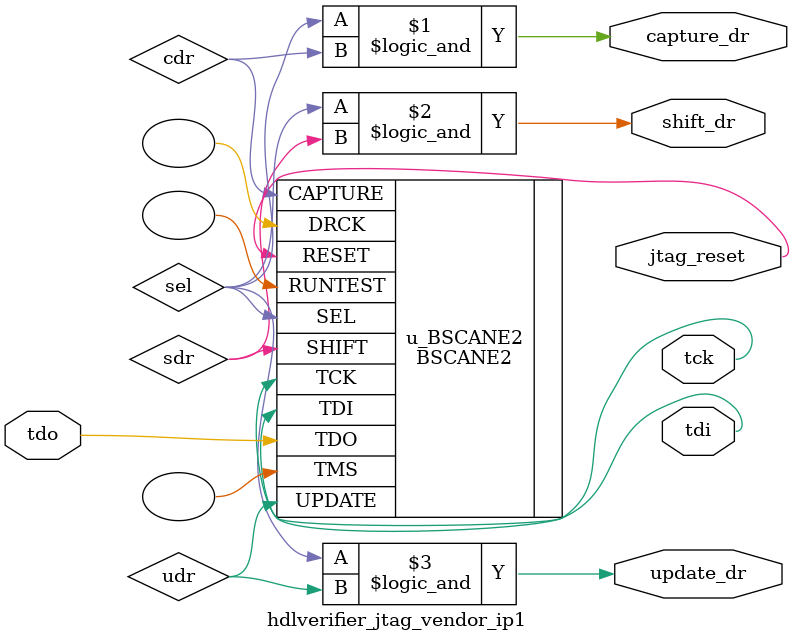
<source format=v>
module hdlverifier_jtag_vendor_ip1 #(parameter JTAG_ID=3)(
	output tdi,
	input tdo,
	output tck,
	output jtag_reset,
	output capture_dr,
    output shift_dr,
    output update_dr
);

wire sel;
wire cdr;
wire sdr;
wire udr;

assign capture_dr   = sel && cdr;
assign shift_dr     = sel && sdr;
assign update_dr    = sel && udr;

BSCANE2 #(.JTAG_CHAIN(JTAG_ID)) u_BSCANE2(
        .TDI(tdi),
        .SEL(sel),
        .RESET(jtag_reset),
        .TCK(tck),
        .CAPTURE(cdr),
        .TMS(),
        .TDO(tdo),
        .RUNTEST(),
        .SHIFT(sdr),
        .UPDATE(udr),
        .DRCK()
);

endmodule
</source>
